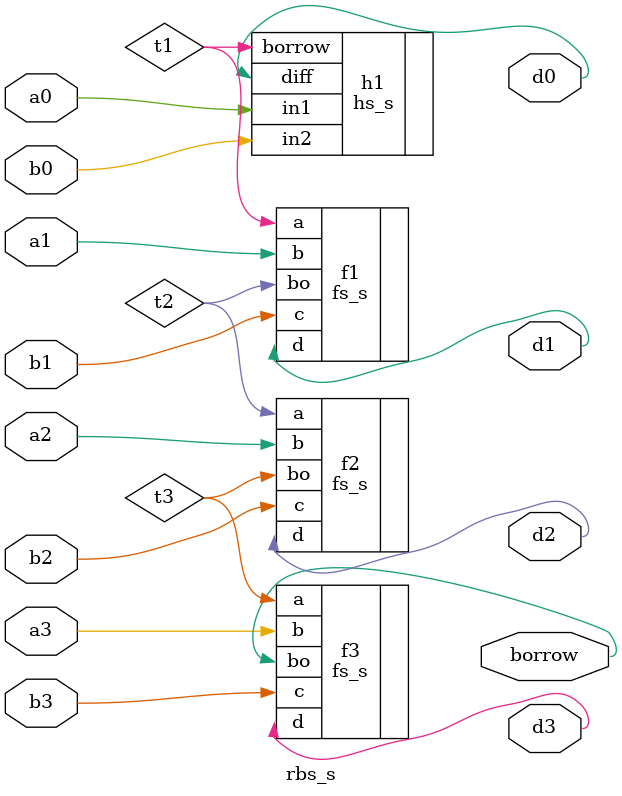
<source format=v>
`timescale 1ns / 1ps
module rbs_s(a0,a1,a2,a3,b0,b1,b2,b3,d0,d1,d2,d3,borrow);
input a0,a1,a2,a3,b0,b1,b2,b3;
output d0,d1,d2,d3,borrow;
wire t1,t2,t3,t4,t5;

hs_s h1(.in1(a0),.in2(b0),.diff(d0),.borrow(t1));
fs_s f1(.a(t1),.b(a1),.c(b1),.d(d1),.bo(t2));
fs_s f2(.a(t2),.b(a2),.c(b2),.d(d2),.bo(t3));
fs_s f3(.a(t3),.b(a3),.c(b3),.d(d3),.bo(borrow));
endmodule

</source>
